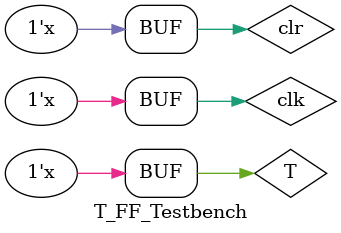
<source format=v>
`timescale 1ns / 1ps


module T_FF_Testbench;

	// Inputs
	reg T;
	reg clk;
	reg clr;
	// Outputs
	wire Q;
	wire Qn;
	// Instantiate the Unit Under Test (UUT)
	T_FF uut (
		.T(T), 
		.clk(clk),
		.clr(clr),
		.Q(Q), 
		.Qn(Qn)
	);

	initial begin
		// Initialize Inputs
		T = 0;
		clk = 0;
		clr = 0;
		// Wait 100 ns for global reset to finish
		#100;
        
		// Add stimulus here

	end
    always
		begin
			clk = ~clk;
			#20;
		end
	always
		begin
			T = ~T;
			#60;
		end
	always
		begin
			clr = ~clr;
			#35;
		end
endmodule


</source>
